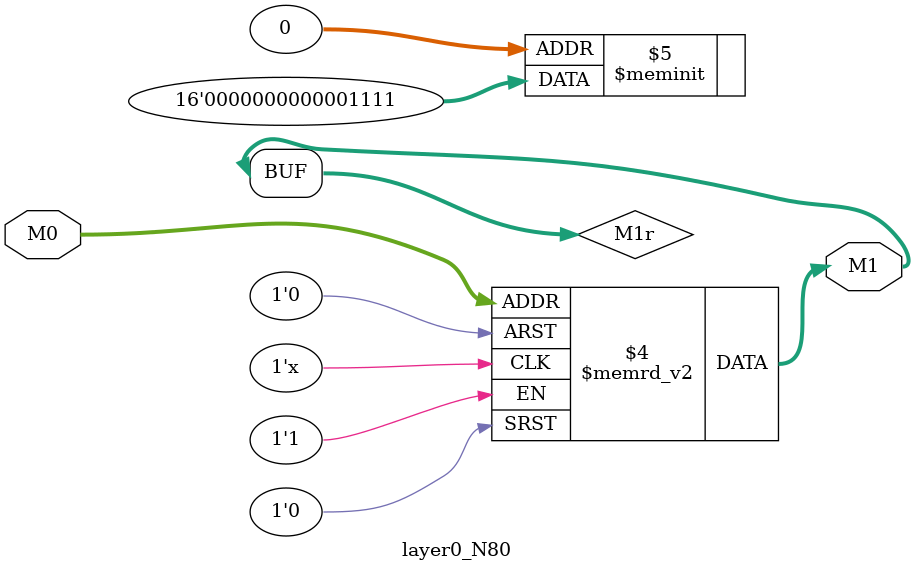
<source format=v>
module layer0_N80 ( input [2:0] M0, output [1:0] M1 );

	(*rom_style = "distributed" *) reg [1:0] M1r;
	assign M1 = M1r;
	always @ (M0) begin
		case (M0)
			3'b000: M1r = 2'b11;
			3'b100: M1r = 2'b00;
			3'b010: M1r = 2'b00;
			3'b110: M1r = 2'b00;
			3'b001: M1r = 2'b11;
			3'b101: M1r = 2'b00;
			3'b011: M1r = 2'b00;
			3'b111: M1r = 2'b00;

		endcase
	end
endmodule

</source>
